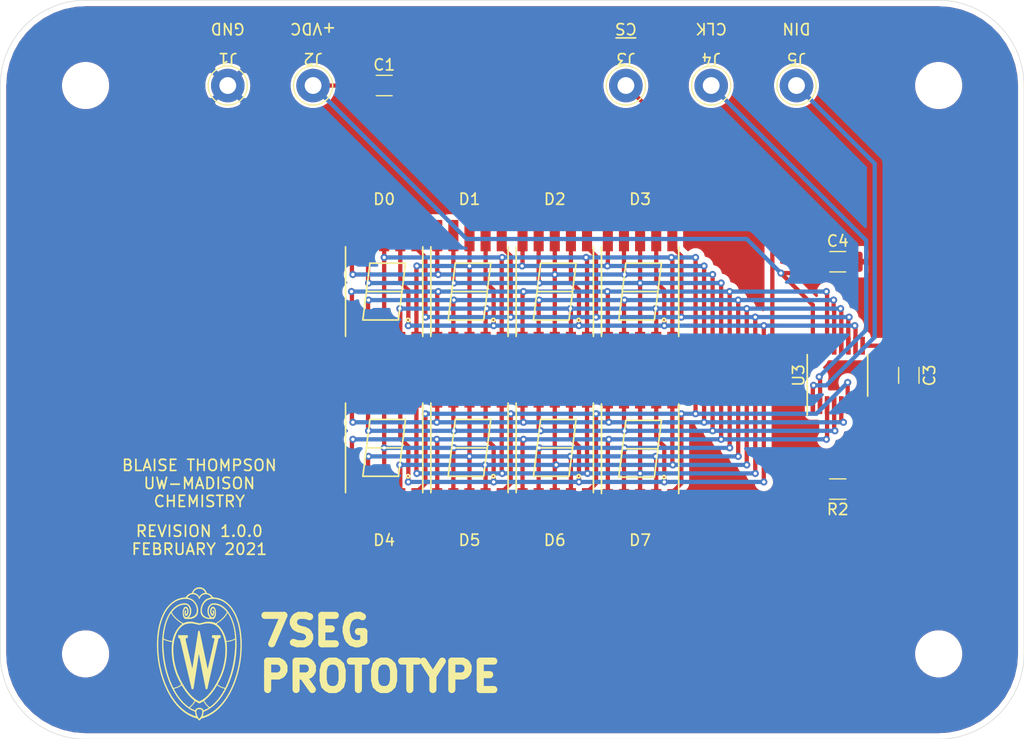
<source format=kicad_pcb>
(kicad_pcb (version 20171130) (host pcbnew 5.1.9+dfsg1-1)
  (title_block (title "7seg Prototype") (date 2021-02-03) (rev 1.0.0) (company "University of Wisconsin-Madison") (comment 1 "Department of Chemistry") (comment 2 "Instrument Shop") (comment 3 "Blaise Thompson") (comment 4 blaise.thompson@wisc.edu))
  (layers (0 F.Cu signal) (31 B.Cu signal) (34 B.Paste user) (35 F.Paste user) (36 B.SilkS user) (37 F.SilkS user) (38 B.Mask user) (39 F.Mask user) (44 Edge.Cuts user))
  (net 0 "")
  (net 1 GND)
  (net 2 +VDC)
  (net 3 "Net-(C3-Pad1)")
  (net 4 "Net-(R2-Pad1)")
  (net 5 "Net-(J3-Pad1)")
  (net 6 /SEG4)
  (net 7 /SEG5)
  (net 8 /SEG6)
  (net 9 /SEG7)
  (net 10 /SEG8)
  (net 11 /SEG0)
  (net 12 /SEG1)
  (net 13 /SEG2)
  (net 14 /SEG3)
  (net 15 "Net-(J4-Pad1)")
  (net 16 "Net-(J5-Pad1)")
  (module Package_SO:QSOP-16_3.9x4.9mm_P0.635mm (layer F.Cu) (at 130.683 89.408 90)
    (fp_text reference U3 (at 0 -3.5 90) (layer F.SilkS))
    (fp_text value MAX6951)
    (pad 16 smd rect (at 2.6543 -2.2225 90) (size 1.6 0.41) (layers F.Cu F.Paste F.Mask) (net 2 +VDC))
    (pad 15 smd rect (at 2.6543 -1.5875 90) (size 1.6 0.41) (layers F.Cu F.Paste F.Mask) (net 5 "Net-(J3-Pad1)"))
    (pad 14 smd rect (at 2.6543 -0.9525 90) (size 1.6 0.41) (layers F.Cu F.Paste F.Mask) (net 6 /SEG4))
    (pad 13 smd rect (at 2.6543 -0.3175 90) (size 1.6 0.41) (layers F.Cu F.Paste F.Mask) (net 7 /SEG5))
    (pad 12 smd rect (at 2.6543 0.3175 90) (size 1.6 0.41) (layers F.Cu F.Paste F.Mask) (net 8 /SEG6))
    (pad 11 smd rect (at 2.6543 0.9525 90) (size 1.6 0.41) (layers F.Cu F.Paste F.Mask) (net 9 /SEG7))
    (pad 10 smd rect (at 2.6543 1.5875 90) (size 1.6 0.41) (layers F.Cu F.Paste F.Mask) (net 10 /SEG8))
    (pad 9 smd rect (at 2.6543 2.2225 90) (size 1.6 0.41) (layers F.Cu F.Paste F.Mask) (net 3 "Net-(C3-Pad1)"))
    (pad 8 smd rect (at -2.6543 2.2225 90) (size 1.6 0.41) (layers F.Cu F.Paste F.Mask) (net 1 GND))
    (pad 7 smd rect (at -2.6543 1.5875 90) (size 1.6 0.41) (layers F.Cu F.Paste F.Mask) (net 4 "Net-(R2-Pad1)"))
    (pad 6 smd rect (at -2.6543 0.9525 90) (size 1.6 0.41) (layers F.Cu F.Paste F.Mask) (net 11 /SEG0))
    (pad 5 smd rect (at -2.6543 0.3175 90) (size 1.6 0.41) (layers F.Cu F.Paste F.Mask) (net 12 /SEG1))
    (pad 4 smd rect (at -2.6543 -0.3175 90) (size 1.6 0.41) (layers F.Cu F.Paste F.Mask) (net 13 /SEG2))
    (pad 3 smd rect (at -2.6543 -0.9525 90) (size 1.6 0.41) (layers F.Cu F.Paste F.Mask) (net 14 /SEG3))
    (pad 2 smd rect (at -2.6543 -1.5875 90) (size 1.6 0.41) (layers F.Cu F.Paste F.Mask) (net 15 "Net-(J4-Pad1)"))
    (pad 1 smd rect (at -2.6543 -2.2225 90) (size 1.6 0.41) (layers F.Cu F.Paste F.Mask) (net 16 "Net-(J5-Pad1)"))
  )
  (module footprints:ACSC02-41SURKWA-F01 (layer F.Cu) (at 105.41 81.915)
    (fp_text reference D2 (at 0 -8.255) (layer F.SilkS))
    (fp_text value ACSC02-41SURKWA-F01)
    (pad 10 smd rect (at -2.88 -5) (size 0.9 2.8) (layers F.Cu F.Paste F.Mask) (net 12 /SEG1))
    (pad 9 smd rect (at -1.44 -5) (size 0.9 2.8) (layers F.Cu F.Paste F.Mask) (net 14 /SEG3))
    (pad 8 smd rect (at 0 -5) (size 0.9 2.8) (layers F.Cu F.Paste F.Mask) (net 13 /SEG2))
    (pad 7 smd rect (at 1.44 -5) (size 0.9 2.8) (layers F.Cu F.Paste F.Mask) (net 10 /SEG8))
    (pad 6 smd rect (at 2.88 -5) (size 0.9 2.8) (layers F.Cu F.Paste F.Mask) (net 9 /SEG7))
    (pad 5 smd rect (at 2.88 5) (size 0.9 2.8) (layers F.Cu F.Paste F.Mask) (net 11 /SEG0))
    (pad 4 smd rect (at 1.44 5) (size 0.9 2.8) (layers F.Cu F.Paste F.Mask) (net 8 /SEG6))
    (pad 3 smd rect (at 0 5) (size 0.9 2.8) (layers F.Cu F.Paste F.Mask) (net 13 /SEG2))
    (pad 2 smd rect (at -1.44 5) (size 0.9 2.8) (layers F.Cu F.Paste F.Mask) (net 7 /SEG5))
    (pad 1 smd rect (at -2.88 5) (size 0.9 2.8) (layers F.Cu F.Paste F.Mask) (net 6 /SEG4))
  )
  (module TestPoint:TestPoint_THTPad_D3.0mm_Drill1.5mm (layer F.Cu) (at 127 63.5)
    (fp_text reference J5 (at 0 -2.398 180 unlocked) (layer F.SilkS))
    (fp_text value DIN)
    (pad 1 thru_hole circle (at 0 0) (size 3 3) (drill 1.5) (layers *.Cu *.Mask) (net 16 "Net-(J5-Pad1)"))
  )
  (module TestPoint:TestPoint_THTPad_D3.0mm_Drill1.5mm (layer F.Cu) (at 119.38 63.5)
    (fp_text reference J4 (at 0 -2.398 180 unlocked) (layer F.SilkS))
    (fp_text value CLK)
    (pad 1 thru_hole circle (at 0 0) (size 3 3) (drill 1.5) (layers *.Cu *.Mask) (net 15 "Net-(J4-Pad1)"))
  )
  (module TestPoint:TestPoint_THTPad_D3.0mm_Drill1.5mm (layer F.Cu) (at 111.76 63.5)
    (fp_text reference J3 (at 0 -2.398 180 unlocked) (layer F.SilkS))
    (fp_text value ~CS~)
    (pad 1 thru_hole circle (at 0 0) (size 3 3) (drill 1.5) (layers *.Cu *.Mask) (net 5 "Net-(J3-Pad1)"))
  )
  (module TestPoint:TestPoint_THTPad_D3.0mm_Drill1.5mm (layer F.Cu) (at 83.82 63.5)
    (fp_text reference J2 (at 0 -2.398 180 unlocked) (layer F.SilkS))
    (fp_text value V+)
    (pad 1 thru_hole circle (at 0 0) (size 3 3) (drill 1.5) (layers *.Cu *.Mask) (net 2 +VDC))
  )
  (module TestPoint:TestPoint_THTPad_D3.0mm_Drill1.5mm (layer F.Cu) (at 76.2 63.5)
    (fp_text reference J1 (at 0 -2.398 180 unlocked) (layer F.SilkS))
    (fp_text value GND)
    (pad 1 thru_hole circle (at 0 0) (size 3 3) (drill 1.5) (layers *.Cu *.Mask) (net 1 GND))
  )
  (module footprints:ACSC02-41SURKWA-F01 (layer F.Cu) (at 113.03 95.965)
    (fp_text reference D7 (at 0 8.175) (layer F.SilkS))
    (fp_text value ACSC02-41SURKWA-F01)
    (pad 10 smd rect (at -2.88 -5) (size 0.9 2.8) (layers F.Cu F.Paste F.Mask) (net 12 /SEG1))
    (pad 9 smd rect (at -1.44 -5) (size 0.9 2.8) (layers F.Cu F.Paste F.Mask) (net 13 /SEG2))
    (pad 8 smd rect (at 0 -5) (size 0.9 2.8) (layers F.Cu F.Paste F.Mask) (net 9 /SEG7))
    (pad 7 smd rect (at 1.44 -5) (size 0.9 2.8) (layers F.Cu F.Paste F.Mask) (net 10 /SEG8))
    (pad 6 smd rect (at 2.88 -5) (size 0.9 2.8) (layers F.Cu F.Paste F.Mask) (net 8 /SEG6))
    (pad 5 smd rect (at 2.88 5) (size 0.9 2.8) (layers F.Cu F.Paste F.Mask) (net 11 /SEG0))
    (pad 4 smd rect (at 1.44 5) (size 0.9 2.8) (layers F.Cu F.Paste F.Mask) (net 7 /SEG5))
    (pad 3 smd rect (at 0 5) (size 0.9 2.8) (layers F.Cu F.Paste F.Mask) (net 9 /SEG7))
    (pad 2 smd rect (at -1.44 5) (size 0.9 2.8) (layers F.Cu F.Paste F.Mask) (net 6 /SEG4))
    (pad 1 smd rect (at -2.88 5) (size 0.9 2.8) (layers F.Cu F.Paste F.Mask) (net 14 /SEG3))
  )
  (module footprints:ACSC02-41SURKWA-F01 (layer F.Cu) (at 105.41 95.885)
    (fp_text reference D6 (at 0 8.255) (layer F.SilkS))
    (fp_text value ACSC02-41SURKWA-F01)
    (pad 10 smd rect (at -2.88 -5) (size 0.9 2.8) (layers F.Cu F.Paste F.Mask) (net 12 /SEG1))
    (pad 9 smd rect (at -1.44 -5) (size 0.9 2.8) (layers F.Cu F.Paste F.Mask) (net 13 /SEG2))
    (pad 8 smd rect (at 0 -5) (size 0.9 2.8) (layers F.Cu F.Paste F.Mask) (net 8 /SEG6))
    (pad 7 smd rect (at 1.44 -5) (size 0.9 2.8) (layers F.Cu F.Paste F.Mask) (net 10 /SEG8))
    (pad 6 smd rect (at 2.88 -5) (size 0.9 2.8) (layers F.Cu F.Paste F.Mask) (net 9 /SEG7))
    (pad 5 smd rect (at 2.88 5) (size 0.9 2.8) (layers F.Cu F.Paste F.Mask) (net 11 /SEG0))
    (pad 4 smd rect (at 1.44 5) (size 0.9 2.8) (layers F.Cu F.Paste F.Mask) (net 7 /SEG5))
    (pad 3 smd rect (at 0 5) (size 0.9 2.8) (layers F.Cu F.Paste F.Mask) (net 8 /SEG6))
    (pad 2 smd rect (at -1.44 5) (size 0.9 2.8) (layers F.Cu F.Paste F.Mask) (net 6 /SEG4))
    (pad 1 smd rect (at -2.88 5) (size 0.9 2.8) (layers F.Cu F.Paste F.Mask) (net 14 /SEG3))
  )
  (module footprints:ACSC02-41SURKWA-F01 (layer F.Cu) (at 97.79 95.885)
    (fp_text reference D5 (at 0 8.255) (layer F.SilkS))
    (fp_text value ACSC02-41SURKWA-F01)
    (pad 10 smd rect (at -2.88 -5) (size 0.9 2.8) (layers F.Cu F.Paste F.Mask) (net 12 /SEG1))
    (pad 9 smd rect (at -1.44 -5) (size 0.9 2.8) (layers F.Cu F.Paste F.Mask) (net 13 /SEG2))
    (pad 8 smd rect (at 0 -5) (size 0.9 2.8) (layers F.Cu F.Paste F.Mask) (net 7 /SEG5))
    (pad 7 smd rect (at 1.44 -5) (size 0.9 2.8) (layers F.Cu F.Paste F.Mask) (net 10 /SEG8))
    (pad 6 smd rect (at 2.88 -5) (size 0.9 2.8) (layers F.Cu F.Paste F.Mask) (net 9 /SEG7))
    (pad 5 smd rect (at 2.88 5) (size 0.9 2.8) (layers F.Cu F.Paste F.Mask) (net 11 /SEG0))
    (pad 4 smd rect (at 1.44 5) (size 0.9 2.8) (layers F.Cu F.Paste F.Mask) (net 8 /SEG6))
    (pad 3 smd rect (at 0 5) (size 0.9 2.8) (layers F.Cu F.Paste F.Mask) (net 7 /SEG5))
    (pad 2 smd rect (at -1.44 5) (size 0.9 2.8) (layers F.Cu F.Paste F.Mask) (net 6 /SEG4))
    (pad 1 smd rect (at -2.88 5) (size 0.9 2.8) (layers F.Cu F.Paste F.Mask) (net 14 /SEG3))
  )
  (module footprints:ACSC02-41SURKWA-F01 (layer F.Cu) (at 90.17 95.885)
    (fp_text reference D4 (at 0 8.255) (layer F.SilkS))
    (fp_text value ACSC02-41SURKWA-F01)
    (pad 10 smd rect (at -2.88 -5) (size 0.9 2.8) (layers F.Cu F.Paste F.Mask) (net 12 /SEG1))
    (pad 9 smd rect (at -1.44 -5) (size 0.9 2.8) (layers F.Cu F.Paste F.Mask) (net 13 /SEG2))
    (pad 8 smd rect (at 0 -5) (size 0.9 2.8) (layers F.Cu F.Paste F.Mask) (net 6 /SEG4))
    (pad 7 smd rect (at 1.44 -5) (size 0.9 2.8) (layers F.Cu F.Paste F.Mask) (net 10 /SEG8))
    (pad 6 smd rect (at 2.88 -5) (size 0.9 2.8) (layers F.Cu F.Paste F.Mask) (net 9 /SEG7))
    (pad 5 smd rect (at 2.88 5) (size 0.9 2.8) (layers F.Cu F.Paste F.Mask) (net 11 /SEG0))
    (pad 4 smd rect (at 1.44 5) (size 0.9 2.8) (layers F.Cu F.Paste F.Mask) (net 8 /SEG6))
    (pad 3 smd rect (at 0 5) (size 0.9 2.8) (layers F.Cu F.Paste F.Mask) (net 6 /SEG4))
    (pad 2 smd rect (at -1.44 5) (size 0.9 2.8) (layers F.Cu F.Paste F.Mask) (net 7 /SEG5))
    (pad 1 smd rect (at -2.88 5) (size 0.9 2.8) (layers F.Cu F.Paste F.Mask) (net 14 /SEG3))
  )
  (module footprints:ACSC02-41SURKWA-F01 (layer F.Cu) (at 113.03 81.915)
    (fp_text reference D3 (at 0 -8.255) (layer F.SilkS))
    (fp_text value ACSC02-41SURKWA-F01)
    (pad 10 smd rect (at -2.88 -5) (size 0.9 2.8) (layers F.Cu F.Paste F.Mask) (net 12 /SEG1))
    (pad 9 smd rect (at -1.44 -5) (size 0.9 2.8) (layers F.Cu F.Paste F.Mask) (net 13 /SEG2))
    (pad 8 smd rect (at 0 -5) (size 0.9 2.8) (layers F.Cu F.Paste F.Mask) (net 14 /SEG3))
    (pad 7 smd rect (at 1.44 -5) (size 0.9 2.8) (layers F.Cu F.Paste F.Mask) (net 10 /SEG8))
    (pad 6 smd rect (at 2.88 -5) (size 0.9 2.8) (layers F.Cu F.Paste F.Mask) (net 9 /SEG7))
    (pad 5 smd rect (at 2.88 5) (size 0.9 2.8) (layers F.Cu F.Paste F.Mask) (net 11 /SEG0))
    (pad 4 smd rect (at 1.44 5) (size 0.9 2.8) (layers F.Cu F.Paste F.Mask) (net 8 /SEG6))
    (pad 3 smd rect (at 0 5) (size 0.9 2.8) (layers F.Cu F.Paste F.Mask) (net 14 /SEG3))
    (pad 2 smd rect (at -1.44 5) (size 0.9 2.8) (layers F.Cu F.Paste F.Mask) (net 7 /SEG5))
    (pad 1 smd rect (at -2.88 5) (size 0.9 2.8) (layers F.Cu F.Paste F.Mask) (net 6 /SEG4))
  )
  (module footprints:ACSC02-41SURKWA-F01 (layer F.Cu) (at 97.79 81.915)
    (fp_text reference D1 (at 0 -8.255) (layer F.SilkS))
    (fp_text value ACSC02-41SURKWA-F01)
    (pad 10 smd rect (at -2.88 -5) (size 0.9 2.8) (layers F.Cu F.Paste F.Mask) (net 13 /SEG2))
    (pad 9 smd rect (at -1.44 -5) (size 0.9 2.8) (layers F.Cu F.Paste F.Mask) (net 14 /SEG3))
    (pad 8 smd rect (at 0 -5) (size 0.9 2.8) (layers F.Cu F.Paste F.Mask) (net 12 /SEG1))
    (pad 7 smd rect (at 1.44 -5) (size 0.9 2.8) (layers F.Cu F.Paste F.Mask) (net 10 /SEG8))
    (pad 6 smd rect (at 2.88 -5) (size 0.9 2.8) (layers F.Cu F.Paste F.Mask) (net 9 /SEG7))
    (pad 5 smd rect (at 2.88 5) (size 0.9 2.8) (layers F.Cu F.Paste F.Mask) (net 11 /SEG0))
    (pad 4 smd rect (at 1.44 5) (size 0.9 2.8) (layers F.Cu F.Paste F.Mask) (net 8 /SEG6))
    (pad 3 smd rect (at 0 5) (size 0.9 2.8) (layers F.Cu F.Paste F.Mask) (net 12 /SEG1))
    (pad 2 smd rect (at -1.44 5) (size 0.9 2.8) (layers F.Cu F.Paste F.Mask) (net 7 /SEG5))
    (pad 1 smd rect (at -2.88 5) (size 0.9 2.8) (layers F.Cu F.Paste F.Mask) (net 6 /SEG4))
  )
  (module footprints:ACSC02-41SURKWA-F01 (layer F.Cu) (at 90.17 81.915)
    (fp_text reference D0 (at 0 -8.255) (layer F.SilkS))
    (fp_text value ACSC02-41SURKWA-F01)
    (pad 10 smd rect (at -2.88 -5) (size 0.9 2.8) (layers F.Cu F.Paste F.Mask) (net 13 /SEG2))
    (pad 9 smd rect (at -1.44 -5) (size 0.9 2.8) (layers F.Cu F.Paste F.Mask) (net 14 /SEG3))
    (pad 8 smd rect (at 0 -5) (size 0.9 2.8) (layers F.Cu F.Paste F.Mask) (net 11 /SEG0))
    (pad 7 smd rect (at 1.44 -5) (size 0.9 2.8) (layers F.Cu F.Paste F.Mask) (net 10 /SEG8))
    (pad 6 smd rect (at 2.88 -5) (size 0.9 2.8) (layers F.Cu F.Paste F.Mask) (net 9 /SEG7))
    (pad 5 smd rect (at 2.88 5) (size 0.9 2.8) (layers F.Cu F.Paste F.Mask) (net 12 /SEG1))
    (pad 4 smd rect (at 1.44 5) (size 0.9 2.8) (layers F.Cu F.Paste F.Mask) (net 8 /SEG6))
    (pad 3 smd rect (at 0 5) (size 0.9 2.8) (layers F.Cu F.Paste F.Mask) (net 11 /SEG0))
    (pad 2 smd rect (at -1.44 5) (size 0.9 2.8) (layers F.Cu F.Paste F.Mask) (net 7 /SEG5))
    (pad 1 smd rect (at -2.88 5) (size 0.9 2.8) (layers F.Cu F.Paste F.Mask) (net 6 /SEG4))
  )
  (module Capacitor_SMD:C_1206_3216Metric_Pad1.33x1.80mm_HandSolder (layer F.Cu) (at 90.17 63.5)
    (fp_text reference C1 (at 0 -1.85) (layer F.SilkS))
    (fp_text value 100u)
    (pad 2 smd roundrect (at 1.5625 0) (size 1.325 1.8) (layers F.Cu F.Paste F.Mask) (roundrect_rratio 0.1886777358490566) (net 1 GND))
    (pad 1 smd roundrect (at -1.5625 0) (size 1.325 1.8) (layers F.Cu F.Paste F.Mask) (roundrect_rratio 0.1886777358490566) (net 2 +VDC))
  )
  (module Resistor_SMD:R_1206_3216Metric_Pad1.30x1.75mm_HandSolder (layer F.Cu) (at 130.683 99.568 180)
    (fp_text reference R2 (at 0 -1.82) (layer F.SilkS))
    (fp_text value R_US)
    (pad 2 smd roundrect (at 1.55 0 180) (size 1.3 1.75) (layers F.Cu F.Paste F.Mask) (roundrect_rratio 0.1923069230769231) (net 1 GND))
    (pad 1 smd roundrect (at -1.55 0 180) (size 1.3 1.75) (layers F.Cu F.Paste F.Mask) (roundrect_rratio 0.1923069230769231) (net 4 "Net-(R2-Pad1)"))
  )
  (module Capacitor_SMD:C_1206_3216Metric_Pad1.33x1.80mm_HandSolder (layer F.Cu) (at 130.683 79.248)
    (fp_text reference C4 (at 0 -1.85) (layer F.SilkS))
    (fp_text value 100n)
    (pad 2 smd roundrect (at 1.5625 0) (size 1.325 1.8) (layers F.Cu F.Paste F.Mask) (roundrect_rratio 0.1886777358490566) (net 1 GND))
    (pad 1 smd roundrect (at -1.5625 0) (size 1.325 1.8) (layers F.Cu F.Paste F.Mask) (roundrect_rratio 0.1886777358490566) (net 2 +VDC))
  )
  (module Capacitor_SMD:C_1206_3216Metric_Pad1.33x1.80mm_HandSolder (layer F.Cu) (at 137.033 89.408 270)
    (fp_text reference C3 (at 0 -1.85 90) (layer F.SilkS))
    (fp_text value C)
    (pad 2 smd roundrect (at 1.5625 0 270) (size 1.325 1.8) (layers F.Cu F.Paste F.Mask) (roundrect_rratio 0.1886777358490566) (net 1 GND))
    (pad 1 smd roundrect (at -1.5625 0 270) (size 1.325 1.8) (layers F.Cu F.Paste F.Mask) (roundrect_rratio 0.1886777358490566) (net 3 "Net-(C3-Pad1)"))
  )
  (module MountingHole:MountingHole_3.2mm_M3 (layer F.Cu) (at 63.5 114.3)
    (fp_text reference REF** hide)
    (fp_text value MountingHole_3.2mm_M3 hide)
    (pad 1 np_thru_hole circle (at 0 0) (size 3.2 3.2) (drill 3.2) (layers *.Cu *.Mask))
  )
  (module MountingHole:MountingHole_3.2mm_M3 (layer F.Cu) (at 139.7 114.3)
    (fp_text reference REF** hide)
    (fp_text value MountingHole_3.2mm_M3 hide)
    (pad 1 np_thru_hole circle (at 0 0) (size 3.2 3.2) (drill 3.2) (layers *.Cu *.Mask))
  )
  (module MountingHole:MountingHole_3.2mm_M3 (layer F.Cu) (at 63.5 63.5)
    (fp_text reference REF** hide)
    (fp_text value MountingHole_3.2mm_M3 hide)
    (pad 1 np_thru_hole circle (at 0 0) (size 3.2 3.2) (drill 3.2) (layers *.Cu *.Mask))
  )
  (module MountingHole:MountingHole_3.2mm_M3 (layer F.Cu) (at 139.7 63.5)
    (fp_text reference REF** hide)
    (fp_text value MountingHole_3.2mm_M3 hide)
    (pad 1 np_thru_hole circle (at 0 0) (size 3.2 3.2) (drill 3.2) (layers *.Cu *.Mask))
  )
  (module footprints:logo (layer F.Cu) (at 73.66 114.3)
    (fp_text reference G*** hide)
    (fp_text value LOGO hide)
  )
  (gr_text "REVISION 1.0.0\nFEBRUARY 2021" (at 73.66 104.14) (layer F.SilkS) (effects (font (size 1 1))))
  (gr_text "BLAISE THOMPSON\nUW-MADISON\nCHEMISTRY" (at 73.66 99.06) (layer F.SilkS) (effects (font (size 1 1))))
  (gr_text DIN (at 127 58.42 180) (layer F.SilkS) (effects (font (size 1 1))))
  (gr_text CLK (at 119.38 58.42 180) (layer F.SilkS) (effects (font (size 1 1))))
  (gr_text ~CS~ (at 111.76 58.42 180) (layer F.SilkS) (effects (font (size 1 1))))
  (gr_text +VDC (at 83.82 58.42 180) (layer F.SilkS) (effects (font (size 1 1))))
  (gr_text GND (at 76.2 58.42 180) (layer F.SilkS) (effects (font (size 1 1))))
  (gr_text "7SEG\nPROTOTYPE" (at 78.74 114.3) (layer F.SilkS) (effects (font (size 2.54 2.54) (thickness 0.635)) (justify left)))
  (gr_line (start 63.5 121.92) (end 139.7 121.92) (layer Edge.Cuts) (width 0.05))
  (gr_line (start 55.88 63.5) (end 55.88 114.3) (layer Edge.Cuts) (width 0.05))
  (gr_line (start 139.7 55.88) (end 63.5 55.88) (layer Edge.Cuts) (width 0.05))
  (gr_line (start 147.32 63.5) (end 147.32 114.3) (layer Edge.Cuts) (width 0.05))
  (gr_arc (start 139.7 114.3) (end 139.7 121.92) (angle -90) (layer Edge.Cuts) (width 0.05))
  (gr_arc (start 63.5 114.3) (end 55.88 114.3) (angle -90) (layer Edge.Cuts) (width 0.05))
  (gr_arc (start 63.5 63.5) (end 63.5 55.88) (angle -90) (layer Edge.Cuts) (width 0.05))
  (gr_arc (start 139.7 63.5) (end 147.32 63.5) (angle -90) (layer Edge.Cuts) (width 0.05))
  (segment (start 137.033 90.9705) (end 135.3435 90.9705) (width 0.381) (layer F.Cu) (net 1))
  (segment (start 134.2517 92.0623) (end 132.9055 92.0623) (width 0.381) (layer F.Cu) (net 1))
  (segment (start 135.3435 90.9705) (end 134.2517 92.0623) (width 0.381) (layer F.Cu) (net 1))
  (segment (start 88.6075 63.5) (end 83.82 63.5) (width 0.381) (layer F.Cu) (net 2))
  (via (at 125.603 80.264) (size 0.635) (drill 0.3) (layers F.Cu B.Cu) (net 2))
  (segment (start 128.4605 83.1215) (end 125.603 80.264) (width 0.381) (layer F.Cu) (net 2))
  (segment (start 128.4605 86.7537) (end 128.4605 83.1215) (width 0.381) (layer F.Cu) (net 2))
  (segment (start 128.1045 80.264) (end 129.1205 79.248) (width 0.381) (layer F.Cu) (net 2))
  (segment (start 125.603 80.264) (end 128.1045 80.264) (width 0.381) (layer F.Cu) (net 2))
  (segment (start 122.555 77.216) (end 125.603 80.264) (width 0.381) (layer B.Cu) (net 2))
  (segment (start 97.536 77.216) (end 122.555 77.216) (width 0.381) (layer B.Cu) (net 2))
  (segment (start 83.82 63.5) (end 97.536 77.216) (width 0.381) (layer B.Cu) (net 2))
  (segment (start 135.9412 86.7537) (end 137.033 87.8455) (width 0.381) (layer F.Cu) (net 3))
  (segment (start 132.9055 86.7537) (end 135.9412 86.7537) (width 0.381) (layer F.Cu) (net 3))
  (segment (start 132.2705 99.5305) (end 132.233 99.568) (width 0.381) (layer F.Cu) (net 4))
  (segment (start 132.2705 92.0623) (end 132.2705 99.5305) (width 0.381) (layer F.Cu) (net 4))
  (segment (start 129.0955 87.9475) (end 129.0955 86.7537) (width 0.381) (layer F.Cu) (net 5))
  (segment (start 125.603 88.138) (end 128.905 88.138) (width 0.381) (layer F.Cu) (net 5))
  (segment (start 124.841 87.376) (end 125.603 88.138) (width 0.381) (layer F.Cu) (net 5))
  (segment (start 124.841 76.581) (end 124.841 87.376) (width 0.381) (layer F.Cu) (net 5))
  (segment (start 128.905 88.138) (end 129.0955 87.9475) (width 0.381) (layer F.Cu) (net 5))
  (segment (start 111.76 63.5) (end 124.841 76.581) (width 0.381) (layer F.Cu) (net 5))
  (via (at 87.249 81.915) (size 0.635) (drill 0.3) (layers F.Cu B.Cu) (net 6))
  (segment (start 87.29 86.915) (end 87.29 81.956) (width 0.381) (layer F.Cu) (net 6))
  (segment (start 87.29 81.956) (end 87.249 81.915) (width 0.381) (layer F.Cu) (net 6))
  (via (at 94.996 81.915) (size 0.635) (drill 0.3) (layers F.Cu B.Cu) (net 6))
  (segment (start 94.91 82.001) (end 94.996 81.915) (width 0.381) (layer F.Cu) (net 6))
  (segment (start 94.91 86.915) (end 94.91 82.001) (width 0.381) (layer F.Cu) (net 6))
  (segment (start 94.996 81.915) (end 87.249 81.915) (width 0.381) (layer B.Cu) (net 6))
  (via (at 110.109 81.915) (size 0.635) (drill 0.3) (layers F.Cu B.Cu) (net 6))
  (segment (start 110.15 81.956) (end 110.109 81.915) (width 0.381) (layer F.Cu) (net 6))
  (segment (start 110.15 86.915) (end 110.15 81.956) (width 0.381) (layer F.Cu) (net 6))
  (via (at 102.616 81.915) (size 0.635) (drill 0.3) (layers F.Cu B.Cu) (net 6))
  (segment (start 102.53 82.001) (end 102.616 81.915) (width 0.381) (layer F.Cu) (net 6))
  (segment (start 102.53 86.915) (end 102.53 82.001) (width 0.381) (layer F.Cu) (net 6))
  (segment (start 102.616 81.915) (end 94.996 81.915) (width 0.381) (layer B.Cu) (net 6))
  (segment (start 110.109 81.915) (end 102.616 81.915) (width 0.381) (layer B.Cu) (net 6))
  (via (at 90.17 95.885) (size 0.635) (drill 0.3) (layers F.Cu B.Cu) (net 6))
  (segment (start 90.17 90.885) (end 90.17 95.885) (width 0.381) (layer F.Cu) (net 6))
  (via (at 104.013 95.885) (size 0.635) (drill 0.3) (layers F.Cu B.Cu) (net 6))
  (segment (start 103.97 95.928) (end 104.013 95.885) (width 0.381) (layer F.Cu) (net 6))
  (segment (start 103.97 100.885) (end 103.97 95.928) (width 0.381) (layer F.Cu) (net 6))
  (segment (start 90.17 100.885) (end 90.17 95.885) (width 0.381) (layer F.Cu) (net 6))
  (via (at 96.393 95.885) (size 0.635) (drill 0.3) (layers F.Cu B.Cu) (net 6))
  (segment (start 96.35 95.928) (end 96.393 95.885) (width 0.381) (layer F.Cu) (net 6))
  (segment (start 96.35 100.885) (end 96.35 95.928) (width 0.381) (layer F.Cu) (net 6))
  (segment (start 96.393 95.885) (end 90.17 95.885) (width 0.381) (layer B.Cu) (net 6))
  (segment (start 104.013 95.885) (end 96.393 95.885) (width 0.381) (layer B.Cu) (net 6))
  (via (at 111.633 95.885) (size 0.635) (drill 0.3) (layers F.Cu B.Cu) (net 6))
  (segment (start 111.59 95.928) (end 111.633 95.885) (width 0.381) (layer F.Cu) (net 6))
  (segment (start 111.59 100.965) (end 111.59 95.928) (width 0.381) (layer F.Cu) (net 6))
  (segment (start 111.633 95.885) (end 104.013 95.885) (width 0.381) (layer B.Cu) (net 6))
  (segment (start 116.84 81.915) (end 110.109 81.915) (width 0.381) (layer B.Cu) (net 6))
  (via (at 121.031 95.885) (size 0.635) (drill 0.3) (layers F.Cu B.Cu) (net 6))
  (segment (start 111.633 95.885) (end 121.031 95.885) (width 0.381) (layer B.Cu) (net 6))
  (via (at 121.031 81.915) (size 0.635) (drill 0.3) (layers F.Cu B.Cu) (net 6))
  (segment (start 121.031 95.885) (end 121.031 81.915) (width 0.381) (layer F.Cu) (net 6))
  (segment (start 121.031 81.915) (end 116.84 81.915) (width 0.381) (layer B.Cu) (net 6))
  (via (at 129.667 81.915) (size 0.635) (drill 0.3) (layers F.Cu B.Cu) (net 6))
  (segment (start 129.7305 81.9785) (end 129.667 81.915) (width 0.381) (layer F.Cu) (net 6))
  (segment (start 129.7305 86.7537) (end 129.7305 81.9785) (width 0.381) (layer F.Cu) (net 6))
  (segment (start 129.667 81.915) (end 121.031 81.915) (width 0.381) (layer B.Cu) (net 6))
  (via (at 88.773 82.677) (size 0.635) (drill 0.3) (layers F.Cu B.Cu) (net 7))
  (segment (start 88.73 82.72) (end 88.773 82.677) (width 0.381) (layer F.Cu) (net 7))
  (segment (start 88.73 86.915) (end 88.73 82.72) (width 0.381) (layer F.Cu) (net 7))
  (segment (start 96.35 82.72) (end 96.393 82.677) (width 0.381) (layer F.Cu) (net 7))
  (segment (start 96.35 86.915) (end 96.35 82.72) (width 0.381) (layer F.Cu) (net 7))
  (via (at 96.393 82.677) (size 0.635) (drill 0.3) (layers F.Cu B.Cu) (net 7))
  (segment (start 88.773 82.677) (end 96.393 82.677) (width 0.381) (layer B.Cu) (net 7))
  (via (at 111.633 82.677) (size 0.635) (drill 0.3) (layers F.Cu B.Cu) (net 7))
  (segment (start 111.59 82.72) (end 111.633 82.677) (width 0.381) (layer F.Cu) (net 7))
  (segment (start 111.59 86.915) (end 111.59 82.72) (width 0.381) (layer F.Cu) (net 7))
  (via (at 104.013 82.677) (size 0.635) (drill 0.3) (layers F.Cu B.Cu) (net 7))
  (segment (start 103.97 82.72) (end 104.013 82.677) (width 0.381) (layer F.Cu) (net 7))
  (segment (start 103.97 86.915) (end 103.97 82.72) (width 0.381) (layer F.Cu) (net 7))
  (segment (start 96.393 82.677) (end 104.013 82.677) (width 0.381) (layer B.Cu) (net 7))
  (via (at 106.807 96.647) (size 0.635) (drill 0.3) (layers F.Cu B.Cu) (net 7))
  (segment (start 106.85 100.885) (end 106.85 96.69) (width 0.381) (layer F.Cu) (net 7))
  (segment (start 106.85 96.69) (end 106.807 96.647) (width 0.381) (layer F.Cu) (net 7))
  (segment (start 114.47 96.69) (end 114.427 96.647) (width 0.381) (layer F.Cu) (net 7))
  (via (at 114.427 96.647) (size 0.635) (drill 0.3) (layers F.Cu B.Cu) (net 7))
  (segment (start 114.47 100.965) (end 114.47 96.69) (width 0.381) (layer F.Cu) (net 7))
  (segment (start 106.807 96.647) (end 114.427 96.647) (width 0.381) (layer B.Cu) (net 7))
  (via (at 97.79 96.647) (size 0.635) (drill 0.3) (layers F.Cu B.Cu) (net 7))
  (segment (start 97.79 100.885) (end 97.79 96.647) (width 0.381) (layer F.Cu) (net 7))
  (segment (start 97.79 96.647) (end 106.807 96.647) (width 0.381) (layer B.Cu) (net 7))
  (segment (start 97.79 90.885) (end 97.79 96.647) (width 0.381) (layer F.Cu) (net 7))
  (via (at 88.773 96.647) (size 0.635) (drill 0.3) (layers F.Cu B.Cu) (net 7))
  (segment (start 88.73 96.69) (end 88.773 96.647) (width 0.381) (layer F.Cu) (net 7))
  (segment (start 88.773 96.647) (end 97.79 96.647) (width 0.381) (layer B.Cu) (net 7))
  (segment (start 88.73 100.885) (end 88.73 96.69) (width 0.381) (layer F.Cu) (net 7))
  (segment (start 114.427 96.647) (end 116.459 96.647) (width 0.381) (layer B.Cu) (net 7))
  (segment (start 116.459 96.647) (end 116.84 96.647) (width 0.381) (layer B.Cu) (net 7))
  (via (at 121.793 96.647) (size 0.635) (drill 0.3) (layers F.Cu B.Cu) (net 7))
  (segment (start 116.84 96.647) (end 121.793 96.647) (width 0.381) (layer B.Cu) (net 7))
  (via (at 121.793 82.677) (size 0.635) (drill 0.3) (layers F.Cu B.Cu) (net 7))
  (segment (start 121.793 96.647) (end 121.793 82.677) (width 0.381) (layer F.Cu) (net 7))
  (segment (start 121.793 82.677) (end 111.379 82.677) (width 0.381) (layer B.Cu) (net 7))
  (segment (start 111.379 82.677) (end 111.633 82.677) (width 0.381) (layer B.Cu) (net 7))
  (segment (start 104.013 82.677) (end 111.379 82.677) (width 0.381) (layer B.Cu) (net 7))
  (via (at 130.3147 82.677) (size 0.635) (drill 0.3) (layers F.Cu B.Cu) (net 7))
  (segment (start 121.793 82.677) (end 130.3147 82.677) (width 0.381) (layer B.Cu) (net 7))
  (segment (start 130.3655 86.7537) (end 130.3655 83.6295) (width 0.381) (layer F.Cu) (net 7))
  (segment (start 130.3147 83.5787) (end 130.3147 82.677) (width 0.381) (layer F.Cu) (net 7))
  (segment (start 130.3655 83.6295) (end 130.3147 83.5787) (width 0.381) (layer F.Cu) (net 7))
  (via (at 91.567 83.439) (size 0.635) (drill 0.3) (layers F.Cu B.Cu) (net 8))
  (segment (start 91.61 86.915) (end 91.61 83.482) (width 0.381) (layer F.Cu) (net 8))
  (segment (start 91.61 83.482) (end 91.567 83.439) (width 0.381) (layer F.Cu) (net 8))
  (via (at 99.314 83.439) (size 0.635) (drill 0.3) (layers F.Cu B.Cu) (net 8))
  (segment (start 99.23 83.523) (end 99.314 83.439) (width 0.381) (layer F.Cu) (net 8))
  (segment (start 99.23 86.915) (end 99.23 83.523) (width 0.381) (layer F.Cu) (net 8))
  (segment (start 99.314 83.439) (end 91.567 83.439) (width 0.381) (layer B.Cu) (net 8))
  (via (at 106.807 83.439) (size 0.635) (drill 0.3) (layers F.Cu B.Cu) (net 8))
  (segment (start 106.85 83.482) (end 106.807 83.439) (width 0.381) (layer F.Cu) (net 8))
  (segment (start 106.85 86.915) (end 106.85 83.482) (width 0.381) (layer F.Cu) (net 8))
  (segment (start 106.807 83.439) (end 99.314 83.439) (width 0.381) (layer B.Cu) (net 8))
  (via (at 114.427 83.439) (size 0.635) (drill 0.3) (layers F.Cu B.Cu) (net 8))
  (segment (start 114.47 83.482) (end 114.427 83.439) (width 0.381) (layer F.Cu) (net 8))
  (segment (start 114.47 86.915) (end 114.47 83.482) (width 0.381) (layer F.Cu) (net 8))
  (segment (start 114.427 83.439) (end 106.807 83.439) (width 0.381) (layer B.Cu) (net 8))
  (segment (start 91.61 97.452) (end 91.567 97.409) (width 0.381) (layer F.Cu) (net 8))
  (segment (start 91.61 100.885) (end 91.61 97.452) (width 0.381) (layer F.Cu) (net 8))
  (via (at 91.567 97.409) (size 0.635) (drill 0.3) (layers F.Cu B.Cu) (net 8))
  (via (at 99.187 97.409) (size 0.635) (drill 0.3) (layers F.Cu B.Cu) (net 8))
  (segment (start 99.23 97.452) (end 99.187 97.409) (width 0.381) (layer F.Cu) (net 8))
  (segment (start 99.23 100.885) (end 99.23 97.452) (width 0.381) (layer F.Cu) (net 8))
  (segment (start 99.187 97.409) (end 91.567 97.409) (width 0.381) (layer B.Cu) (net 8))
  (via (at 105.537 97.409) (size 0.635) (drill 0.3) (layers F.Cu B.Cu) (net 8))
  (segment (start 105.41 97.536) (end 105.537 97.409) (width 0.381) (layer F.Cu) (net 8))
  (segment (start 105.41 100.885) (end 105.41 97.536) (width 0.381) (layer F.Cu) (net 8))
  (segment (start 105.537 97.409) (end 99.187 97.409) (width 0.381) (layer B.Cu) (net 8))
  (segment (start 105.41 97.282) (end 105.537 97.409) (width 0.381) (layer F.Cu) (net 8))
  (segment (start 105.41 90.885) (end 105.41 97.282) (width 0.381) (layer F.Cu) (net 8))
  (via (at 115.951 97.409) (size 0.635) (drill 0.3) (layers F.Cu B.Cu) (net 8))
  (segment (start 115.91 97.368) (end 115.951 97.409) (width 0.381) (layer F.Cu) (net 8))
  (segment (start 115.91 90.965) (end 115.91 97.368) (width 0.381) (layer F.Cu) (net 8))
  (segment (start 115.951 97.409) (end 105.537 97.409) (width 0.381) (layer B.Cu) (net 8))
  (segment (start 116.84 97.409) (end 115.951 97.409) (width 0.381) (layer B.Cu) (net 8))
  (via (at 122.555 97.409) (size 0.635) (drill 0.3) (layers F.Cu B.Cu) (net 8))
  (segment (start 116.84 97.409) (end 122.555 97.409) (width 0.381) (layer B.Cu) (net 8))
  (via (at 122.555 83.439) (size 0.635) (drill 0.3) (layers F.Cu B.Cu) (net 8))
  (segment (start 122.555 97.409) (end 122.555 83.439) (width 0.381) (layer F.Cu) (net 8))
  (segment (start 122.555 83.439) (end 114.427 83.439) (width 0.381) (layer B.Cu) (net 8))
  (via (at 130.937 83.439) (size 0.635) (drill 0.3) (layers F.Cu B.Cu) (net 8))
  (segment (start 131.0005 83.5025) (end 130.937 83.439) (width 0.381) (layer F.Cu) (net 8))
  (segment (start 131.0005 86.7537) (end 131.0005 83.5025) (width 0.381) (layer F.Cu) (net 8))
  (segment (start 130.937 83.439) (end 122.555 83.439) (width 0.381) (layer B.Cu) (net 8))
  (segment (start 116.713 78.74) (end 116.713 84.201) (width 0.381) (layer F.Cu) (net 9))
  (segment (start 115.91 77.937) (end 116.713 78.74) (width 0.381) (layer F.Cu) (net 9))
  (via (at 116.713 84.201) (size 0.635) (drill 0.3) (layers F.Cu B.Cu) (net 9))
  (segment (start 109.093 78.74) (end 109.093 84.201) (width 0.381) (layer F.Cu) (net 9))
  (segment (start 108.29 77.937) (end 109.093 78.74) (width 0.381) (layer F.Cu) (net 9))
  (via (at 109.093 84.201) (size 0.635) (drill 0.3) (layers F.Cu B.Cu) (net 9))
  (segment (start 93.05 76.915) (end 93.05 78.064) (width 0.381) (layer F.Cu) (net 9))
  (via (at 93.853 84.201) (size 0.635) (drill 0.3) (layers F.Cu B.Cu) (net 9))
  (segment (start 93.853 78.867) (end 93.853 84.201) (width 0.381) (layer F.Cu) (net 9))
  (segment (start 93.05 78.064) (end 93.853 78.867) (width 0.381) (layer F.Cu) (net 9))
  (segment (start 100.67 76.915) (end 100.67 77.937) (width 0.381) (layer F.Cu) (net 9))
  (via (at 101.473 84.201) (size 0.635) (drill 0.3) (layers F.Cu B.Cu) (net 9))
  (segment (start 100.67 77.937) (end 101.473 78.74) (width 0.381) (layer F.Cu) (net 9))
  (segment (start 101.473 84.201) (end 116.84 84.201) (width 0.381) (layer B.Cu) (net 9))
  (segment (start 101.473 78.74) (end 101.473 84.201) (width 0.381) (layer F.Cu) (net 9))
  (segment (start 93.853 84.201) (end 101.473 84.201) (width 0.381) (layer B.Cu) (net 9))
  (via (at 93.091 98.171) (size 0.635) (drill 0.3) (layers F.Cu B.Cu) (net 9))
  (segment (start 93.05 98.13) (end 93.091 98.171) (width 0.381) (layer F.Cu) (net 9))
  (segment (start 93.05 90.885) (end 93.05 98.13) (width 0.381) (layer F.Cu) (net 9))
  (via (at 113.03 98.171) (size 0.635) (drill 0.3) (layers F.Cu B.Cu) (net 9))
  (segment (start 113.03 98.171) (end 116.84 98.171) (width 0.381) (layer B.Cu) (net 9))
  (segment (start 113.03 90.965) (end 113.03 98.171) (width 0.381) (layer F.Cu) (net 9))
  (segment (start 113.03 100.965) (end 113.03 98.171) (width 0.381) (layer F.Cu) (net 9))
  (via (at 108.331 98.171) (size 0.635) (drill 0.3) (layers F.Cu B.Cu) (net 9))
  (segment (start 108.29 90.885) (end 108.29 98.13) (width 0.381) (layer F.Cu) (net 9))
  (segment (start 108.331 98.171) (end 113.03 98.171) (width 0.381) (layer B.Cu) (net 9))
  (segment (start 108.29 98.13) (end 108.331 98.171) (width 0.381) (layer F.Cu) (net 9))
  (via (at 123.317 98.171) (size 0.635) (drill 0.3) (layers F.Cu B.Cu) (net 9))
  (segment (start 116.84 98.171) (end 123.317 98.171) (width 0.381) (layer B.Cu) (net 9))
  (via (at 123.317 84.201) (size 0.635) (drill 0.3) (layers F.Cu B.Cu) (net 9))
  (segment (start 123.317 98.171) (end 123.317 84.201) (width 0.381) (layer F.Cu) (net 9))
  (segment (start 123.317 84.201) (end 116.713 84.201) (width 0.381) (layer B.Cu) (net 9))
  (via (at 131.699 84.201) (size 0.635) (drill 0.3) (layers F.Cu B.Cu) (net 9))
  (segment (start 123.317 84.201) (end 131.699 84.201) (width 0.381) (layer B.Cu) (net 9))
  (segment (start 131.622799 86.740999) (end 131.6355 86.7537) (width 0.381) (layer F.Cu) (net 9))
  (segment (start 131.622799 84.277201) (end 131.622799 86.740999) (width 0.381) (layer F.Cu) (net 9))
  (segment (start 131.699 84.201) (end 131.622799 84.277201) (width 0.381) (layer F.Cu) (net 9))
  (segment (start 100.67 98.13) (end 100.711 98.171) (width 0.381) (layer F.Cu) (net 9))
  (segment (start 100.67 90.885) (end 100.67 98.13) (width 0.381) (layer F.Cu) (net 9))
  (segment (start 100.711 98.171) (end 108.331 98.171) (width 0.381) (layer B.Cu) (net 9))
  (via (at 100.711 98.171) (size 0.635) (drill 0.3) (layers F.Cu B.Cu) (net 9))
  (segment (start 93.091 98.171) (end 100.711 98.171) (width 0.381) (layer B.Cu) (net 9))
  (via (at 115.189 98.933) (size 0.635) (drill 0.3) (layers F.Cu B.Cu) (net 10))
  (via (at 107.569 98.933) (size 0.635) (drill 0.3) (layers F.Cu B.Cu) (net 10))
  (via (at 99.949 98.933) (size 0.635) (drill 0.3) (layers F.Cu B.Cu) (net 10))
  (segment (start 114.47 90.885) (end 114.47 95.039) (width 0.381) (layer F.Cu) (net 10))
  (segment (start 115.189 95.758) (end 115.189 98.933) (width 0.381) (layer F.Cu) (net 10))
  (segment (start 114.47 95.039) (end 115.189 95.758) (width 0.381) (layer F.Cu) (net 10))
  (segment (start 106.85 90.885) (end 106.85 95.039) (width 0.381) (layer F.Cu) (net 10))
  (segment (start 107.569 95.758) (end 107.569 98.933) (width 0.381) (layer F.Cu) (net 10))
  (segment (start 106.85 95.039) (end 107.569 95.758) (width 0.381) (layer F.Cu) (net 10))
  (segment (start 92.329 95.758) (end 92.329 98.933) (width 0.381) (layer F.Cu) (net 10))
  (segment (start 91.61 90.885) (end 91.61 95.039) (width 0.381) (layer F.Cu) (net 10))
  (segment (start 91.61 95.039) (end 92.329 95.758) (width 0.381) (layer F.Cu) (net 10))
  (via (at 115.189 84.963) (size 0.635) (drill 0.3) (layers F.Cu B.Cu) (net 10))
  (segment (start 115.189 81.788) (end 115.189 84.963) (width 0.381) (layer F.Cu) (net 10))
  (segment (start 114.47 76.915) (end 114.47 81.069) (width 0.381) (layer F.Cu) (net 10))
  (segment (start 114.47 81.069) (end 115.189 81.788) (width 0.381) (layer F.Cu) (net 10))
  (via (at 107.569 84.963) (size 0.635) (drill 0.3) (layers F.Cu B.Cu) (net 10))
  (segment (start 107.569 81.788) (end 107.569 84.963) (width 0.381) (layer F.Cu) (net 10))
  (segment (start 106.85 76.915) (end 106.85 81.069) (width 0.381) (layer F.Cu) (net 10))
  (segment (start 106.85 81.069) (end 107.569 81.788) (width 0.381) (layer F.Cu) (net 10))
  (via (at 99.949 84.963) (size 0.635) (drill 0.3) (layers F.Cu B.Cu) (net 10))
  (segment (start 99.949 81.788) (end 99.949 84.963) (width 0.381) (layer F.Cu) (net 10))
  (segment (start 99.23 76.915) (end 99.23 81.069) (width 0.381) (layer F.Cu) (net 10))
  (segment (start 99.23 81.069) (end 99.949 81.788) (width 0.381) (layer F.Cu) (net 10))
  (segment (start 91.61 76.915) (end 91.61 81.069) (width 0.381) (layer F.Cu) (net 10))
  (via (at 92.329 84.963) (size 0.635) (drill 0.3) (layers F.Cu B.Cu) (net 10))
  (segment (start 92.329 81.788) (end 92.329 84.963) (width 0.381) (layer F.Cu) (net 10))
  (segment (start 91.61 81.069) (end 92.329 81.788) (width 0.381) (layer F.Cu) (net 10))
  (via (at 92.329 98.933) (size 0.635) (drill 0.3) (layers F.Cu B.Cu) (net 10))
  (segment (start 99.949 95.758) (end 99.949 98.933) (width 0.381) (layer F.Cu) (net 10))
  (segment (start 99.23 90.885) (end 99.23 95.039) (width 0.381) (layer F.Cu) (net 10))
  (segment (start 99.23 95.039) (end 99.949 95.758) (width 0.381) (layer F.Cu) (net 10))
  (segment (start 116.205 98.933) (end 92.329 98.933) (width 0.381) (layer B.Cu) (net 10))
  (segment (start 116.84 98.933) (end 116.205 98.933) (width 0.381) (layer B.Cu) (net 10))
  (via (at 124.079 98.933) (size 0.635) (drill 0.3) (layers F.Cu B.Cu) (net 10))
  (segment (start 116.84 98.933) (end 124.079 98.933) (width 0.381) (layer B.Cu) (net 10))
  (via (at 124.079 84.963) (size 0.635) (drill 0.3) (layers F.Cu B.Cu) (net 10))
  (segment (start 124.079 98.933) (end 124.079 84.963) (width 0.381) (layer F.Cu) (net 10))
  (segment (start 124.079 84.963) (end 115.189 84.963) (width 0.381) (layer B.Cu) (net 10))
  (segment (start 115.189 84.963) (end 92.329 84.963) (width 0.381) (layer B.Cu) (net 10))
  (via (at 132.207 84.963) (size 0.635) (drill 0.3) (layers F.Cu B.Cu) (net 10))
  (segment (start 132.2705 85.0265) (end 132.207 84.963) (width 0.381) (layer F.Cu) (net 10))
  (segment (start 132.2705 86.7537) (end 132.2705 85.0265) (width 0.381) (layer F.Cu) (net 10))
  (segment (start 132.207 84.963) (end 124.079 84.963) (width 0.381) (layer B.Cu) (net 10))
  (segment (start 115.91 99.863) (end 116.713 99.06) (width 0.381) (layer F.Cu) (net 11))
  (segment (start 116.713 99.06) (end 116.713 92.837) (width 0.381) (layer F.Cu) (net 11))
  (via (at 116.713 92.837) (size 0.635) (drill 0.3) (layers F.Cu B.Cu) (net 11))
  (segment (start 109.093 99.06) (end 109.093 92.837) (width 0.381) (layer F.Cu) (net 11))
  (segment (start 108.29 99.863) (end 109.093 99.06) (width 0.381) (layer F.Cu) (net 11))
  (via (at 109.093 92.837) (size 0.635) (drill 0.3) (layers F.Cu B.Cu) (net 11))
  (segment (start 101.473 99.06) (end 101.473 92.837) (width 0.381) (layer F.Cu) (net 11))
  (segment (start 100.67 99.863) (end 101.473 99.06) (width 0.381) (layer F.Cu) (net 11))
  (via (at 101.473 92.837) (size 0.635) (drill 0.3) (layers F.Cu B.Cu) (net 11))
  (via (at 90.17 78.867) (size 0.635) (drill 0.3) (layers F.Cu B.Cu) (net 11))
  (segment (start 90.17 76.915) (end 90.17 78.867) (width 0.381) (layer F.Cu) (net 11))
  (segment (start 90.17 86.915) (end 90.17 78.867) (width 0.381) (layer F.Cu) (net 11))
  (via (at 100.711 78.867) (size 0.635) (drill 0.3) (layers F.Cu B.Cu) (net 11))
  (segment (start 100.67 78.908) (end 100.711 78.867) (width 0.381) (layer F.Cu) (net 11))
  (segment (start 100.67 86.915) (end 100.67 78.908) (width 0.381) (layer F.Cu) (net 11))
  (segment (start 100.711 78.867) (end 90.17 78.867) (width 0.381) (layer B.Cu) (net 11))
  (via (at 115.824 78.867) (size 0.635) (drill 0.3) (layers F.Cu B.Cu) (net 11))
  (segment (start 115.91 78.953) (end 115.824 78.867) (width 0.381) (layer F.Cu) (net 11))
  (segment (start 115.91 86.915) (end 115.91 78.953) (width 0.381) (layer F.Cu) (net 11))
  (segment (start 108.29 78.953) (end 108.204 78.867) (width 0.381) (layer F.Cu) (net 11))
  (segment (start 108.29 86.915) (end 108.29 78.953) (width 0.381) (layer F.Cu) (net 11))
  (via (at 108.204 78.867) (size 0.635) (drill 0.3) (layers F.Cu B.Cu) (net 11))
  (segment (start 108.204 78.867) (end 100.711 78.867) (width 0.381) (layer B.Cu) (net 11))
  (segment (start 115.824 78.867) (end 108.204 78.867) (width 0.381) (layer B.Cu) (net 11))
  (segment (start 93.05 100.885) (end 93.171 100.885) (width 0.381) (layer F.Cu) (net 11))
  (segment (start 93.05 100.885) (end 93.05 99.863) (width 0.381) (layer F.Cu) (net 11))
  (via (at 93.853 92.837) (size 0.635) (drill 0.3) (layers F.Cu B.Cu) (net 11))
  (segment (start 93.853 99.06) (end 93.853 92.837) (width 0.381) (layer F.Cu) (net 11))
  (segment (start 93.05 99.863) (end 93.853 99.06) (width 0.381) (layer F.Cu) (net 11))
  (segment (start 116.84 92.837) (end 93.853 92.837) (width 0.381) (layer B.Cu) (net 11))
  (segment (start 116.84 78.867) (end 115.824 78.867) (width 0.381) (layer B.Cu) (net 11))
  (via (at 117.983 78.867) (size 0.635) (drill 0.3) (layers F.Cu B.Cu) (net 11))
  (segment (start 116.84 78.867) (end 117.983 78.867) (width 0.381) (layer B.Cu) (net 11))
  (segment (start 117.983 78.867) (end 117.983 92.837) (width 0.381) (layer F.Cu) (net 11))
  (via (at 117.983 92.837) (size 0.635) (drill 0.3) (layers F.Cu B.Cu) (net 11))
  (segment (start 116.84 92.837) (end 117.983 92.837) (width 0.381) (layer B.Cu) (net 11))
  (segment (start 128.778 92.837) (end 131.572 90.043) (width 0.381) (layer B.Cu) (net 11))
  (via (at 131.572 90.043) (size 0.635) (drill 0.3) (layers F.Cu B.Cu) (net 11))
  (segment (start 117.983 92.837) (end 128.778 92.837) (width 0.381) (layer B.Cu) (net 11))
  (segment (start 131.572 91.9988) (end 131.6355 92.0623) (width 0.381) (layer F.Cu) (net 11))
  (segment (start 131.572 90.043) (end 131.572 91.9988) (width 0.381) (layer F.Cu) (net 11))
  (segment (start 115.91 100.965) (end 115.91 99.863) (width 0.381) (layer F.Cu) (net 11))
  (via (at 93.091 79.629) (size 0.635) (drill 0.3) (layers F.Cu B.Cu) (net 12))
  (segment (start 93.05 86.915) (end 93.05 79.67) (width 0.381) (layer F.Cu) (net 12))
  (segment (start 93.05 79.67) (end 93.091 79.629) (width 0.381) (layer F.Cu) (net 12))
  (via (at 97.79 79.629) (size 0.635) (drill 0.3) (layers F.Cu B.Cu) (net 12))
  (segment (start 97.79 86.915) (end 97.79 79.629) (width 0.381) (layer F.Cu) (net 12))
  (segment (start 93.091 79.629) (end 97.79 79.629) (width 0.381) (layer B.Cu) (net 12))
  (segment (start 97.79 79.629) (end 97.79 76.915) (width 0.381) (layer F.Cu) (net 12))
  (via (at 110.109 79.629) (size 0.635) (drill 0.3) (layers F.Cu B.Cu) (net 12))
  (segment (start 110.15 79.588) (end 110.109 79.629) (width 0.381) (layer F.Cu) (net 12))
  (segment (start 110.15 76.915) (end 110.15 79.588) (width 0.381) (layer F.Cu) (net 12))
  (segment (start 110.109 79.629) (end 116.84 79.629) (width 0.381) (layer B.Cu) (net 12))
  (via (at 102.489 79.629) (size 0.635) (drill 0.3) (layers F.Cu B.Cu) (net 12))
  (segment (start 102.53 79.588) (end 102.489 79.629) (width 0.381) (layer F.Cu) (net 12))
  (segment (start 102.53 76.915) (end 102.53 79.588) (width 0.381) (layer F.Cu) (net 12))
  (segment (start 102.489 79.629) (end 110.109 79.629) (width 0.381) (layer B.Cu) (net 12))
  (segment (start 97.79 79.629) (end 102.489 79.629) (width 0.381) (layer B.Cu) (net 12))
  (via (at 87.376 93.599) (size 0.635) (drill 0.3) (layers F.Cu B.Cu) (net 12))
  (segment (start 87.29 93.513) (end 87.376 93.599) (width 0.381) (layer F.Cu) (net 12))
  (segment (start 87.29 90.885) (end 87.29 93.513) (width 0.381) (layer F.Cu) (net 12))
  (segment (start 94.91 93.558) (end 94.869 93.599) (width 0.381) (layer F.Cu) (net 12))
  (segment (start 94.91 90.885) (end 94.91 93.558) (width 0.381) (layer F.Cu) (net 12))
  (via (at 94.869 93.599) (size 0.635) (drill 0.3) (layers F.Cu B.Cu) (net 12))
  (segment (start 87.376 93.599) (end 94.869 93.599) (width 0.381) (layer B.Cu) (net 12))
  (via (at 102.616 93.599) (size 0.635) (drill 0.3) (layers F.Cu B.Cu) (net 12))
  (segment (start 102.53 93.513) (end 102.616 93.599) (width 0.381) (layer F.Cu) (net 12))
  (segment (start 102.53 90.885) (end 102.53 93.513) (width 0.381) (layer F.Cu) (net 12))
  (segment (start 94.869 93.599) (end 102.616 93.599) (width 0.381) (layer B.Cu) (net 12))
  (via (at 110.236 93.599) (size 0.635) (drill 0.3) (layers F.Cu B.Cu) (net 12))
  (segment (start 110.15 93.513) (end 110.236 93.599) (width 0.381) (layer F.Cu) (net 12))
  (segment (start 110.15 90.965) (end 110.15 93.513) (width 0.381) (layer F.Cu) (net 12))
  (segment (start 102.616 93.599) (end 110.236 93.599) (width 0.381) (layer B.Cu) (net 12))
  (segment (start 115.443 93.599) (end 116.815618 93.599) (width 0.381) (layer B.Cu) (net 12))
  (segment (start 110.236 93.599) (end 115.443 93.599) (width 0.381) (layer B.Cu) (net 12))
  (segment (start 115.443 93.599) (end 116.84 93.599) (width 0.381) (layer B.Cu) (net 12))
  (via (at 118.745 93.599) (size 0.635) (drill 0.3) (layers F.Cu B.Cu) (net 12))
  (segment (start 116.84 93.599) (end 118.745 93.599) (width 0.381) (layer B.Cu) (net 12))
  (via (at 118.745 79.629) (size 0.635) (drill 0.3) (layers F.Cu B.Cu) (net 12))
  (segment (start 118.745 93.599) (end 118.745 79.629) (width 0.381) (layer F.Cu) (net 12))
  (segment (start 118.745 79.629) (end 116.84 79.629) (width 0.381) (layer B.Cu) (net 12))
  (via (at 131.191 93.599) (size 0.635) (drill 0.3) (layers F.Cu B.Cu) (net 12))
  (segment (start 131.0005 93.4085) (end 131.191 93.599) (width 0.381) (layer F.Cu) (net 12))
  (segment (start 131.0005 92.0623) (end 131.0005 93.4085) (width 0.381) (layer F.Cu) (net 12))
  (segment (start 131.191 93.599) (end 118.745 93.599) (width 0.381) (layer B.Cu) (net 12))
  (segment (start 87.29 80.305) (end 87.376 80.391) (width 0.381) (layer F.Cu) (net 13))
  (segment (start 87.29 76.915) (end 87.29 80.305) (width 0.381) (layer F.Cu) (net 13))
  (via (at 87.376 80.391) (size 0.635) (drill 0.3) (layers F.Cu B.Cu) (net 13))
  (via (at 94.996 80.391) (size 0.635) (drill 0.3) (layers F.Cu B.Cu) (net 13))
  (segment (start 94.91 80.305) (end 94.996 80.391) (width 0.381) (layer F.Cu) (net 13))
  (segment (start 94.91 76.915) (end 94.91 80.305) (width 0.381) (layer F.Cu) (net 13))
  (segment (start 94.996 80.391) (end 87.376 80.391) (width 0.381) (layer B.Cu) (net 13))
  (via (at 111.633 80.391) (size 0.635) (drill 0.3) (layers F.Cu B.Cu) (net 13))
  (segment (start 111.59 80.348) (end 111.633 80.391) (width 0.381) (layer F.Cu) (net 13))
  (segment (start 111.59 76.915) (end 111.59 80.348) (width 0.381) (layer F.Cu) (net 13))
  (via (at 105.41 80.391) (size 0.635) (drill 0.3) (layers F.Cu B.Cu) (net 13))
  (segment (start 105.41 76.915) (end 105.41 80.391) (width 0.381) (layer F.Cu) (net 13))
  (segment (start 105.41 80.391) (end 94.996 80.391) (width 0.381) (layer B.Cu) (net 13))
  (segment (start 111.633 80.391) (end 105.41 80.391) (width 0.381) (layer B.Cu) (net 13))
  (segment (start 105.41 86.915) (end 105.41 80.391) (width 0.381) (layer F.Cu) (net 13))
  (via (at 88.773 94.361) (size 0.635) (drill 0.3) (layers F.Cu B.Cu) (net 13))
  (segment (start 88.73 94.318) (end 88.773 94.361) (width 0.381) (layer F.Cu) (net 13))
  (segment (start 88.73 90.885) (end 88.73 94.318) (width 0.381) (layer F.Cu) (net 13))
  (via (at 96.393 94.361) (size 0.635) (drill 0.3) (layers F.Cu B.Cu) (net 13))
  (segment (start 96.35 94.318) (end 96.393 94.361) (width 0.381) (layer F.Cu) (net 13))
  (segment (start 96.393 94.361) (end 88.773 94.361) (width 0.381) (layer B.Cu) (net 13))
  (segment (start 96.35 90.885) (end 96.35 94.318) (width 0.381) (layer F.Cu) (net 13))
  (via (at 104.14 94.361) (size 0.635) (drill 0.3) (layers F.Cu B.Cu) (net 13))
  (segment (start 103.97 94.191) (end 104.14 94.361) (width 0.381) (layer F.Cu) (net 13))
  (segment (start 103.97 90.885) (end 103.97 94.191) (width 0.381) (layer F.Cu) (net 13))
  (segment (start 104.14 94.361) (end 96.393 94.361) (width 0.381) (layer B.Cu) (net 13))
  (via (at 111.633 94.361) (size 0.635) (drill 0.3) (layers F.Cu B.Cu) (net 13))
  (segment (start 111.59 94.318) (end 111.633 94.361) (width 0.381) (layer F.Cu) (net 13))
  (segment (start 111.59 90.965) (end 111.59 94.318) (width 0.381) (layer F.Cu) (net 13))
  (segment (start 111.633 94.361) (end 104.14 94.361) (width 0.381) (layer B.Cu) (net 13))
  (segment (start 116.84 94.361) (end 115.316 94.361) (width 0.381) (layer B.Cu) (net 13))
  (segment (start 115.316 94.361) (end 111.633 94.361) (width 0.381) (layer B.Cu) (net 13))
  (via (at 119.507 94.361) (size 0.635) (drill 0.3) (layers F.Cu B.Cu) (net 13))
  (segment (start 116.84 94.361) (end 119.507 94.361) (width 0.381) (layer B.Cu) (net 13))
  (via (at 119.507 80.391) (size 0.635) (drill 0.3) (layers F.Cu B.Cu) (net 13))
  (segment (start 119.507 94.361) (end 119.507 80.391) (width 0.381) (layer F.Cu) (net 13))
  (segment (start 119.507 80.391) (end 111.633 80.391) (width 0.381) (layer B.Cu) (net 13))
  (via (at 130.429 94.361) (size 0.635) (drill 0.3) (layers F.Cu B.Cu) (net 13))
  (segment (start 130.3655 94.2975) (end 130.429 94.361) (width 0.381) (layer F.Cu) (net 13))
  (segment (start 130.3655 92.0623) (end 130.3655 94.2975) (width 0.381) (layer F.Cu) (net 13))
  (segment (start 130.429 94.361) (end 119.507 94.361) (width 0.381) (layer B.Cu) (net 13))
  (via (at 88.773 81.153) (size 0.635) (drill 0.3) (layers F.Cu B.Cu) (net 14))
  (segment (start 88.73 81.11) (end 88.773 81.153) (width 0.381) (layer F.Cu) (net 14))
  (segment (start 88.73 76.915) (end 88.73 81.11) (width 0.381) (layer F.Cu) (net 14))
  (via (at 96.393 81.153) (size 0.635) (drill 0.3) (layers F.Cu B.Cu) (net 14))
  (segment (start 96.35 81.11) (end 96.393 81.153) (width 0.381) (layer F.Cu) (net 14))
  (segment (start 96.35 76.915) (end 96.35 81.11) (width 0.381) (layer F.Cu) (net 14))
  (segment (start 88.773 81.153) (end 96.393 81.153) (width 0.381) (layer B.Cu) (net 14))
  (via (at 113.03 81.153) (size 0.635) (drill 0.3) (layers F.Cu B.Cu) (net 14))
  (segment (start 113.03 86.915) (end 113.03 81.153) (width 0.381) (layer F.Cu) (net 14))
  (segment (start 113.03 81.153) (end 116.84 81.153) (width 0.381) (layer B.Cu) (net 14))
  (segment (start 113.03 81.153) (end 113.03 76.915) (width 0.381) (layer F.Cu) (net 14))
  (via (at 104.013 81.153) (size 0.635) (drill 0.3) (layers F.Cu B.Cu) (net 14))
  (segment (start 103.97 81.11) (end 104.013 81.153) (width 0.381) (layer F.Cu) (net 14))
  (segment (start 103.97 76.915) (end 103.97 81.11) (width 0.381) (layer F.Cu) (net 14))
  (segment (start 104.013 81.153) (end 113.03 81.153) (width 0.381) (layer B.Cu) (net 14))
  (segment (start 96.393 81.153) (end 104.013 81.153) (width 0.381) (layer B.Cu) (net 14))
  (via (at 102.616 95.123) (size 0.635) (drill 0.3) (layers F.Cu B.Cu) (net 14))
  (segment (start 102.53 100.885) (end 102.53 95.209) (width 0.381) (layer F.Cu) (net 14))
  (segment (start 102.53 95.209) (end 102.616 95.123) (width 0.381) (layer F.Cu) (net 14))
  (via (at 87.376 95.123) (size 0.635) (drill 0.3) (layers F.Cu B.Cu) (net 14))
  (segment (start 87.29 95.209) (end 87.376 95.123) (width 0.381) (layer F.Cu) (net 14))
  (segment (start 87.29 100.885) (end 87.29 95.209) (width 0.381) (layer F.Cu) (net 14))
  (via (at 94.869 95.123) (size 0.635) (drill 0.3) (layers F.Cu B.Cu) (net 14))
  (segment (start 94.91 95.164) (end 94.869 95.123) (width 0.381) (layer F.Cu) (net 14))
  (segment (start 94.91 100.885) (end 94.91 95.164) (width 0.381) (layer F.Cu) (net 14))
  (segment (start 94.869 95.123) (end 102.616 95.123) (width 0.381) (layer B.Cu) (net 14))
  (segment (start 87.376 95.123) (end 94.869 95.123) (width 0.381) (layer B.Cu) (net 14))
  (via (at 110.236 95.123) (size 0.635) (drill 0.3) (layers F.Cu B.Cu) (net 14))
  (segment (start 110.15 95.209) (end 110.236 95.123) (width 0.381) (layer F.Cu) (net 14))
  (segment (start 110.15 100.965) (end 110.15 95.209) (width 0.381) (layer F.Cu) (net 14))
  (segment (start 110.236 95.123) (end 116.84 95.123) (width 0.381) (layer B.Cu) (net 14))
  (segment (start 102.616 95.123) (end 110.236 95.123) (width 0.381) (layer B.Cu) (net 14))
  (segment (start 116.84 95.123) (end 117.196618 95.123) (width 0.381) (layer B.Cu) (net 14))
  (via (at 120.269 95.123) (size 0.635) (drill 0.3) (layers F.Cu B.Cu) (net 14))
  (segment (start 117.196618 95.123) (end 120.269 95.123) (width 0.381) (layer B.Cu) (net 14))
  (via (at 120.269 81.153) (size 0.635) (drill 0.3) (layers F.Cu B.Cu) (net 14))
  (segment (start 120.269 95.123) (end 120.269 81.153) (width 0.381) (layer F.Cu) (net 14))
  (segment (start 120.269 81.153) (end 116.84 81.153) (width 0.381) (layer B.Cu) (net 14))
  (via (at 129.667 95.123) (size 0.635) (drill 0.3) (layers F.Cu B.Cu) (net 14))
  (segment (start 129.7305 95.0595) (end 129.667 95.123) (width 0.381) (layer F.Cu) (net 14))
  (segment (start 129.7305 92.0623) (end 129.7305 95.0595) (width 0.381) (layer F.Cu) (net 14))
  (segment (start 129.667 95.123) (end 120.269 95.123) (width 0.381) (layer B.Cu) (net 14))
  (segment (start 119.38 63.5) (end 133.223 77.343) (width 0.381) (layer B.Cu) (net 15))
  (via (at 129.032 89.535) (size 0.635) (drill 0.3) (layers F.Cu B.Cu) (net 15))
  (segment (start 129.108201 89.611201) (end 129.032 89.535) (width 0.381) (layer F.Cu) (net 15))
  (segment (start 129.108201 92.049599) (end 129.108201 89.611201) (width 0.381) (layer F.Cu) (net 15))
  (segment (start 129.0955 92.0623) (end 129.108201 92.049599) (width 0.381) (layer F.Cu) (net 15))
  (segment (start 129.032 89.535) (end 133.223 85.344) (width 0.381) (layer B.Cu) (net 15))
  (segment (start 133.223 77.343) (end 133.223 85.344) (width 0.381) (layer B.Cu) (net 15))
  (via (at 128.524 90.297) (size 0.635) (drill 0.3) (layers F.Cu B.Cu) (net 16))
  (segment (start 128.4605 92.0623) (end 128.4605 90.3605) (width 0.381) (layer F.Cu) (net 16))
  (segment (start 128.4605 90.3605) (end 128.524 90.297) (width 0.381) (layer F.Cu) (net 16))
  (segment (start 133.985 85.979) (end 133.985 70.485) (width 0.381) (layer B.Cu) (net 16))
  (segment (start 129.667 90.297) (end 133.985 85.979) (width 0.381) (layer B.Cu) (net 16))
  (segment (start 133.985 70.485) (end 127 63.5) (width 0.381) (layer B.Cu) (net 16))
  (segment (start 128.524 90.297) (end 129.667 90.297) (width 0.381) (layer B.Cu) (net 16))
  (zone (net 1) (net_name GND) (layer F.Cu) (connect_pads (clearance 0.508)) (min_thickness 0.254) (fill yes (arc_segments 32) (thermal_gap 0.508) (thermal_bridge_width 0.508))
    (polygon (pts (xy 147.32 121.92) (xy 55.88 121.92) (xy 55.88 55.88) (xy 147.32 55.88)))
  )
  (zone (net 1) (net_name GND) (layer B.Cu) (connect_pads (clearance 0.508)) (min_thickness 0.254) (fill yes (arc_segments 32) (thermal_gap 0.508) (thermal_bridge_width 0.508))
    (polygon (pts (xy 147.32 121.92) (xy 55.88 121.92) (xy 55.88 55.88) (xy 147.32 55.88)))
  )
)
</source>
